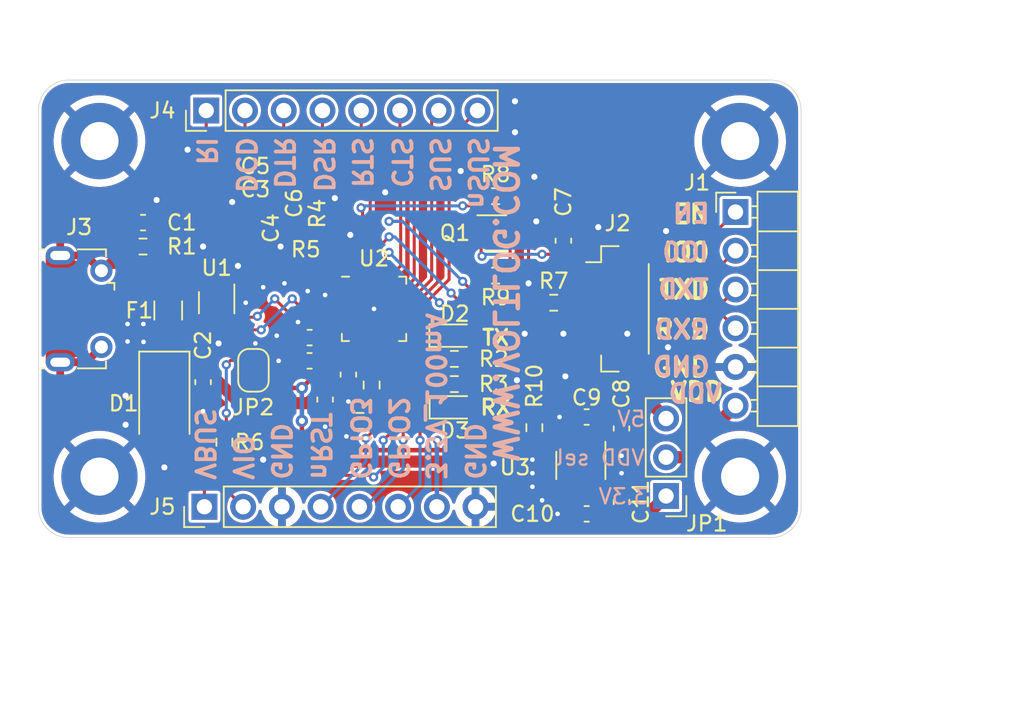
<source format=kicad_pcb>
(kicad_pcb (version 20211014) (generator pcbnew)
  (layers (0 "F.Cu" signal) (31 "B.Cu" signal) (34 "B.Paste" user) (35 "F.Paste" user) (36 "B.SilkS" user "B.Silkscreen") (37 "F.SilkS" user "F.Silkscreen") (38 "B.Mask" user) (39 "F.Mask" user) (44 "Edge.Cuts" user))
  (net 0 "")
  (net 1 "GND")
  (net 2 "/IO0")
  (net 3 "/EN")
  (net 4 "/USB_CONN/USB_SHIELD")
  (net 5 "+5V")
  (net 6 "+3V3")
  (net 7 "/USB_to_serial/GPIO0")
  (net 8 "Net-(D2-Pad2)")
  (net 9 "/USB_to_serial/GPIO1")
  (net 10 "Net-(D3-Pad2)")
  (net 11 "Net-(F1-Pad2)")
  (net 12 "/UART_TX")
  (net 13 "/UART_RX")
  (net 14 "/Vout")
  (net 15 "/USB_CONN/USB_N")
  (net 16 "/USB_CONN/USB_P")
  (net 18 "/USB_to_serial/RI")
  (net 19 "/USB_to_serial/DCD")
  (net 20 "/USB_to_serial/DTR")
  (net 21 "/USB_to_serial/DSR")
  (net 22 "/USB_to_serial/RTS")
  (net 23 "/USB_to_serial/CTS")
  (net 24 "/USB_to_serial/SUSPEND")
  (net 25 "/USB_to_serial/nSUSPEND")
  (net 26 "/USB_to_serial/VBUS")
  (net 27 "/USB_to_serial/VIO")
  (net 28 "/USB_to_serial/nRST")
  (net 29 "/USB_to_serial/GPIO3")
  (net 30 "/USB_to_serial/GPIO2")
  (net 31 "+3.3V_100mA")
  (net 32 "Net-(Q1-Pad5)")
  (net 33 "Net-(Q1-Pad2)")
  (net 38 "Net-(R7-Pad1)")
  (net 39 "Net-(R10-Pad2)")
  (footprint "Fiducial:Fiducial_0.5mm_Mask1mm" (layer "F.Cu") (at 112.3 93.9)
    (fp_text reference "FID1" hide)
    (fp_text value "Fiducial")
  )
  (footprint "Fiducial:Fiducial_0.5mm_Mask1mm" (layer "F.Cu") (at 118.618 77.216)
    (fp_text reference "FID2" hide)
    (fp_text value "Fiducial")
  )
  (footprint "Fiducial:Fiducial_0.5mm_Mask1mm" (layer "F.Cu") (at 152.781 72.771)
    (fp_text reference "FID3" hide)
    (fp_text value "Fiducial")
  )
  (footprint "MountingHole:MountingHole_2.5mm_Pad" (layer "F.Cu") (at 115 75)
    (fp_text reference "H1" hide)
    (fp_text value "GND")
  )
  (footprint "MountingHole:MountingHole_2.5mm_Pad" (layer "F.Cu") (at 115 97)
    (fp_text reference "H2" hide)
    (fp_text value "GND")
  )
  (footprint "MountingHole:MountingHole_2.5mm_Pad" (layer "F.Cu") (at 157 97)
    (fp_text reference "H3" hide)
    (fp_text value "GND")
  )
  (footprint "MountingHole:MountingHole_2.5mm_Pad" (layer "F.Cu") (at 157 75)
    (fp_text reference "H4" hide)
    (fp_text value "GND")
  )
  (footprint "Resistor_SMD:R_0603_1608Metric" (layer "F.Cu") (at 143.51 93.79 -90)
    (fp_text reference "R10")
    (fp_text value "1k")
  )
  (footprint "Capacitor_SMD:C_0603_1608Metric" (layer "F.Cu") (at 128.778 89.408 180)
    (fp_text reference "C3")
    (fp_text value "4.7uF")
  )
  (footprint "Diode_SMD:D_0603_1608Metric_Pad1.05x0.95mm_HandSolder" (layer "F.Cu") (at 138.289 87.757)
    (fp_text reference "D2")
    (fp_text value "LED_TX")
  )
  (footprint "Diode_SMD:D_SMA" (layer "F.Cu") (at 119.253 92.202 -90)
    (fp_text reference "D1")
    (fp_text value "SMAJ5.0CA")
  )
  (footprint "Package_TO_SOT_SMD:SOT-363_SC-70-6" (layer "F.Cu") (at 140.97 81.026)
    (fp_text reference "Q1")
    (fp_text value "MBT3904DW1")
  )
  (footprint "Package_DFN_QFN:QFN-24-1EP_4x4mm_P0.5mm_EP2.6x2.6mm" (layer "F.Cu") (at 133 86)
    (fp_text reference "U2")
    (fp_text value "CP2102N-Axx-xQFN24")
  )
  (footprint "Package_TO_SOT_SMD:SOT-363_SC-70-6" (layer "F.Cu") (at 122.682 85.598 -90)
    (fp_text reference "U1")
    (fp_text value "PUSB2X4Y")
  )
  (footprint "Capacitor_SMD:C_0603_1608Metric" (layer "F.Cu") (at 121.793 90.805 -90)
    (fp_text reference "C2")
    (fp_text value "4.7uF")
  )
  (footprint "myLib:USB_Micro-B_Molex-105017-0001" (layer "F.Cu") (at 113.665 86 -90)
    (fp_text reference "J3")
    (fp_text value "USB_B_Micro")
  )
  (footprint "Jumper:SolderJumper-2_P1.3mm_Bridged_RoundedPad1.0x1.5mm" (layer "F.Cu") (at 125.095 90.028 90)
    (fp_text reference "JP2")
    (fp_text value "Jumper_2_Bridged")
  )
  (footprint "Connector_PinHeader_2.54mm:PinHeader_1x08_P2.54mm_Vertical" (layer "F.Cu") (at 122 73 90)
    (fp_text reference "J4")
    (fp_text value "Conn_01x08_Male")
  )
  (footprint "Resistor_SMD:R_0603_1608Metric" (layer "F.Cu") (at 123.19 94.742 90)
    (fp_text reference "R6")
    (fp_text value "1k")
  )
  (footprint "Capacitor_SMD:C_0603_1608Metric" (layer "F.Cu") (at 145.415 81.534 90)
    (fp_text reference "C7")
    (fp_text value "0.1uF")
  )
  (footprint "Capacitor_SMD:C_0603_1608Metric" (layer "F.Cu") (at 146.939 93.091 180)
    (fp_text reference "C9")
    (fp_text value "0.1uF")
  )
  (footprint "Capacitor_SMD:C_0603_1608Metric" (layer "F.Cu") (at 146.939 99.441 180)
    (fp_text reference "C10")
    (fp_text value "0.1uF")
  )
  (footprint "Fuse:Fuse_1206_3216Metric_Pad1.42x1.75mm_HandSolder" (layer "F.Cu") (at 119.507 86.106 90)
    (fp_text reference "F1")
    (fp_text value "500mA, 1A")
  )
  (footprint "Capacitor_SMD:C_0603_1608Metric" (layer "F.Cu") (at 128.778 87.884 180)
    (fp_text reference "C5")
    (fp_text value "0.1uF")
  )
  (footprint "Connector_PinHeader_2.54mm:PinHeader_1x03_P2.54mm_Vertical" (layer "F.Cu") (at 152.146 98.268 180)
    (fp_text reference "JP1")
    (fp_text value "Jumper_3_Bridged12")
  )
  (footprint "Capacitor_SMD:C_0603_1608Metric" (layer "F.Cu") (at 117.857 80.347)
    (fp_text reference "C1")
    (fp_text value "4.7nF")
  )
  (footprint "Capacitor_SMD:C_0603_1608Metric" (layer "F.Cu") (at 131.318 90.31 -90)
    (fp_text reference "C6")
    (fp_text value "0.1uF")
  )
  (footprint "Resistor_SMD:R_0603_1608Metric" (layer "F.Cu") (at 140.97 78.613)
    (fp_text reference "R8")
    (fp_text value "10k")
  )
  (footprint "Resistor_SMD:R_0603_1608Metric" (layer "F.Cu") (at 138.2655 90.932 180)
    (fp_text reference "R3")
    (fp_text value "1k")
  )
  (footprint "Resistor_SMD:R_0603_1608Metric" (layer "F.Cu") (at 117.856 81.915)
    (fp_text reference "R1")
    (fp_text value "1M")
  )
  (footprint "Connector_PinHeader_2.54mm:PinHeader_1x06_P2.54mm_Horizontal" (layer "F.Cu") (at 156.7 79.65)
    (fp_text reference "J1")
    (fp_text value "Conn_01x06_Male")
  )
  (footprint "Package_TO_SOT_SMD:SOT-23-5_HandSoldering" (layer "F.Cu") (at 146.558 96.266 -90)
    (fp_text reference "U3")
    (fp_text value "BU33SD5WG-TR")
  )
  (footprint "Resistor_SMD:R_0603_1608Metric" (layer "F.Cu") (at 140.97 83.82 180)
    (fp_text reference "R9")
    (fp_text value "10k")
  )
  (footprint "Connector_JST:JST_SH_BM06B-SRSS-TB_1x06-1MP_P1.00mm_Vertical" (layer "F.Cu") (at 149 86 -90)
    (fp_text reference "J2")
    (fp_text value "Conn_01x06_Female")
  )
  (footprint "Resistor_SMD:R_0603_1608Metric" (layer "F.Cu") (at 138.2655 89.281 180)
    (fp_text reference "R2")
    (fp_text value "1k")
  )
  (footprint "Capacitor_SMD:C_0603_1608Metric" (layer "F.Cu") (at 149.225 93.84 -90)
    (fp_text reference "C8")
    (fp_text value "10uF")
  )
  (footprint "Diode_SMD:D_0603_1608Metric_Pad1.05x0.95mm_HandSolder" (layer "F.Cu") (at 138.303 92.456)
    (fp_text reference "D3")
    (fp_text value "LED_RX")
  )
  (footprint "Resistor_SMD:R_0603_1608Metric" (layer "F.Cu") (at 132.08 93.345 180)
    (fp_text reference "R5")
    (fp_text value "47k")
  )
  (footprint "Connector_PinHeader_2.54mm:PinHeader_1x08_P2.54mm_Vertical" (layer "F.Cu") (at 121.88 98.975 90)
    (fp_text reference "J5")
    (fp_text value "Conn_01x08_Male")
  )
  (footprint "Capacitor_SMD:C_0603_1608Metric" (layer "F.Cu") (at 129.794 91.948 -90)
    (fp_text reference "C4")
    (fp_text value "4.7uF")
  )
  (footprint "Resistor_SMD:R_0603_1608Metric" (layer "F.Cu") (at 132.842 90.996 -90)
    (fp_text reference "R4")
    (fp_text value "22k")
  )
  (footprint "Resistor_SMD:R_0603_1608Metric" (layer "F.Cu") (at 144.78 85.598)
    (fp_text reference "R7")
    (fp_text value "220")
  )
  (footprint "Capacitor_SMD:C_0603_1608Metric" (layer "F.Cu") (at 149.225 98.666 90)
    (fp_text reference "C11")
    (fp_text value "10uF")
  )
  (gr_line (start 111 73) (end 111 86) (layer "Edge.Cuts") (width 0.05))
  (gr_arc (start 111 73) (mid 111.585786 71.585786) (end 113 71) (layer "Edge.Cuts") (width 0.05))
  (gr_arc (start 159 71) (mid 160.414214 71.585786) (end 161 73) (layer "Edge.Cuts") (width 0.05))
  (gr_arc (start 161 99) (mid 160.414214 100.414214) (end 159 101) (layer "Edge.Cuts") (width 0.05))
  (gr_line (start 161 99) (end 161 73) (layer "Edge.Cuts") (width 0.05))
  (gr_line (start 113 101) (end 159 101) (layer "Edge.Cuts") (width 0.05))
  (gr_arc (start 113 101) (mid 111.585786 100.414214) (end 111 99) (layer "Edge.Cuts") (width 0.05))
  (gr_line (start 111 86) (end 111 99) (layer "Edge.Cuts") (width 0.05))
  (gr_line (start 159 71) (end 113 71) (layer "Edge.Cuts") (width 0.05))
  (gr_text "VBUS" (at 121.9 94.853143 -90) (layer "B.SilkS") (effects (font (size 1.2 1.2) (thickness 0.25)) (justify mirror)))
  (gr_text "VIO" (at 124.4 95.738857 -90) (layer "B.SilkS") (effects (font (size 1.2 1.2) (thickness 0.25)) (justify mirror)))
  (gr_text "GND" (at 126.9 95.338857 -90) (layer "B.SilkS") (effects (font (size 1.2 1.2) (thickness 0.25)) (justify mirror)))
  (gr_text "nRST" (at 129.5 94.996 -90) (layer "B.SilkS") (effects (font (size 1.2 1.2) (thickness 0.25)) (justify mirror)))
  (gr_text "GPIO3" (at 132.1 94.481714 -90) (layer "B.SilkS") (effects (font (size 1.2 1.2) (thickness 0.25)) (justify mirror)))
  (gr_text "GPIO2" (at 134.6 94.481714 -90) (layer "B.SilkS") (effects (font (size 1.2 1.2) (thickness 0.25)) (justify mirror)))
  (gr_text "3.3V_100mA" (at 137.033 91.738857 -90) (layer "B.SilkS") (effects (font (size 1.2 1.2) (thickness 0.25)) (justify mirror)))
  (gr_text "GND" (at 139.6 95.338857 -90) (layer "B.SilkS") (effects (font (size 1.2 1.2) (thickness 0.25)) (justify mirror)))
  (gr_text "RI" (at 122 75.657143 -90) (layer "B.SilkS") (effects (font (size 1.2 1.2) (thickness 0.25)) (justify mirror)))
  (gr_text "DCD" (at 124.6 76.571429 -90) (layer "B.SilkS") (effects (font (size 1.2 1.2) (thickness 0.25)) (justify mirror)))
  (gr_text "DTR" (at 127.1 76.428572 -90) (layer "B.SilkS") (effects (font (size 1.2 1.2) (thickness 0.25)) (justify mirror)))
  (gr_text "DSR" (at 129.7 76.542857 -90) (layer "B.SilkS") (effects (font (size 1.2 1.2) (thickness 0.25)) (justify mirror)))
  (gr_text "RTS" (at 132.2 76.4 -90) (layer "B.SilkS") (effects (font (size 1.2 1.2) (thickness 0.25)) (justify mirror)))
  (gr_text "CTS" (at 134.8 76.4 -90) (layer "B.SilkS") (effects (font (size 1.2 1.2) (thickness 0.25)) (justify mirror)))
  (gr_text "SUS" (at 137.3 76.542857 -90) (layer "B.SilkS") (effects (font (size 1.2 1.2) (thickness 0.25)) (justify mirror)))
  (gr_text "nSUS" (at 139.8 77.085714 -90) (layer "B.SilkS") (effects (font (size 1.2 1.2) (thickness 0.25)) (justify mirror)))
  (gr_text "5V" (at 149.86 93.218) (layer "B.SilkS") (effects (font (size 1 1)) (justify mirror)))
  (gr_text "RXD" (at 153.162 87.376) (layer "B.SilkS") (effects (font (size 1.2 1.2) (thickness 0.25)) (justify mirror)))
  (gr_text "IO0" (at 153.416 82.296) (layer "B.SilkS") (effects (font (size 1.2 1.2) (thickness 0.25)) (justify mirror)))
  (gr_text "EN" (at 153.797 79.756) (layer "B.SilkS") (effects (font (size 1.2 1.2) (thickness 0.25)) (justify mirror)))
  (gr_text "VDD sel" (at 147.828 95.758) (layer "B.SilkS") (effects (font (size 1 1)) (justify mirror)))
  (gr_text "3.3V" (at 149.352 98.298) (layer "B.SilkS") (effects (font (size 1 1)) (justify mirror)))
  (gr_text "GND" (at 153.162 89.789) (layer "B.SilkS") (effects (font (size 1.2 1.2) (thickness 0.25)) (justify mirror)))
  (gr_text "TXD" (at 153.289 84.709) (layer "B.SilkS") (effects (font (size 1.2 1.2) (thickness 0.25)) (justify mirror)))
  (gr_text "WWW.VOLTLOG.COM" (at 141.605 85.598 270) (layer "B.SilkS") (effects (font (size 1.5 1.5) (thickness 0.3)) (justify mirror)))
  (gr_text "VDD" (at 154.051 91.567) (layer "B.SilkS") (effects (font (size 1.2 1.2) (thickness 0.25)) (justify mirror)))
  (gr_text "RXD" (at 153.197 87.35) (layer "F.SilkS") (effects (font (size 1.2 1.2) (thickness 0.25))))
  (gr_text "GND" (at 153.139857 89.85) (layer "F.SilkS") (effects (font (size 1.2 1.2) (thickness 0.25))))
  (gr_text "VDD" (at 154.178 91.44) (layer "F.SilkS") (effects (font (size 1.2 1.2) (thickness 0.25))))
  (gr_text "RX" (at 140.97 92.456) (layer "F.SilkS") (effects (font (size 1 1) (thickness 0.2))))
  (gr_text "IO0" (at 153.482714 82.3) (layer "F.SilkS") (effects (font (size 1.2 1.2) (thickness 0.25))))
  (gr_text "EN" (at 153.797 79.8) (layer "F.SilkS") (effects (font (size 1.2 1.2) (thickness 0.25))))
  (gr_text "TX" (at 140.97 87.884) (layer "F.SilkS") (effects (font (size 1 1) (thickness 0.2))))
  (gr_text "TXD" (at 153.339857 84.75) (layer "F.SilkS") (effects (font (size 1.2 1.2) (thickness 0.25))))
  (segment (start 128.003 87.884) (end 128.003 86.881) (width 0.3) (layer "F.Cu") (net 1))
  (segment (start 131.0625 85.25) (end 130.0205 85.25) (width 0.3) (layer "F.Cu") (net 1))
  (segment (start 115.1275 87.3) (end 116.027 87.3) (width 0.25) (layer "F.Cu") (net 1))
  (segment (start 116.027 87.3) (end 116.027 87.325) (width 0.25) (layer "F.Cu") (net 1))
  (segment (start 149.225 94.615) (end 149.225 95.631) (width 0.3) (layer "F.Cu") (net 1))
  (segment (start 131.318 91.085) (end 131.318 92.075) (width 0.3) (layer "F.Cu") (net 1))
  (segment (start 129.794 92.723) (end 129.794 93.726) (width 0.3) (layer "F.Cu") (net 1))
  (segment (start 116.027 87.3) (end 116.535 87.3) (width 0.25) (layer "F.Cu") (net 1))
  (segment (start 128.003 89.408) (end 126.746 89.408) (width 0.3) (layer "F.Cu") (net 1))
  (segment (start 131.255 94.297) (end 131.255 93.345) (width 0.2) (layer "F.Cu") (net 1))
  (segment (start 149.225 97.891) (end 149.225 96.774) (width 0.3) (layer "F.Cu") (net 1))
  (segment (start 116.84 88.138) (end 117.85809 88.138) (width 0.25) (layer "F.Cu") (net 1))
  (segment (start 146.164 99.441) (end 145.034 99.441) (width 0.3) (layer "F.Cu") (net 1))
  (segment (start 117.85809 88.138) (end 117.886707 88.166617) (width 0.25) (layer "F.Cu") (net 1))
  (segment (start 131.191 94.361) (end 131.255 94.297) (width 0.2) (layer "F.Cu") (net 1))
  (segment (start 128.003 86.881) (end 128.016 86.868) (width 0.3) (layer "F.Cu") (net 1))
  (segment (start 116.027 87.325) (end 116.84 88.138) (width 0.25) (layer "F.Cu") (net 1))
  (segment (start 116.535 87.3) (end 116.84 86.995) (width 0.25) (layer "F.Cu") (net 1))
  (segment (start 130.0205 85.25) (end 129.921 85.1505) (width 0.3) (layer "F.Cu") (net 1))
  (segment (start 146.164 93.091) (end 145.161 93.091) (width 0.3) (layer "F.Cu") (net 1))
  (segment (start 116.84 86.995) (end 117.8785 86.995) (width 0.25) (layer "F.Cu") (net 1))
  (via (at 133 86) (size 0.6) (drill 0.3) (layers "F.Cu" "B.Cu") (net 1))
  (via (at 149.225 95.631) (size 0.6) (drill 0.3) (layers "F.Cu" "B.Cu") (net 1))
  (via (at 133.731 78.359) (size 0.8) (drill 0.4) (layers "F.Cu" "B.Cu") (net 1))
  (via (at 128.651 84.836) (size 0.6) (drill 0.3) (layers "F.Cu" "B.Cu") (net 1))
  (via (at 142.24 74.422) (size 0.8) (drill 0.4) (layers "F.Cu" "B.Cu") (net 1))
  (via (at 116.713 91.694) (size 0.8) (drill 0.4) (layers "F.Cu" "B.Cu") (net 1))
  (via (at 138.684 76.962) (size 0.8) (drill 0.4) (layers "F.Cu" "B.Cu") (net 1))
  (via (at 126.619 87.757) (size 0.6) (drill 0.3) (layers "F.Cu" "B.Cu") (net 1))
  (via (at 129.794 85.09) (size 0.6) (drill 0.3) (layers "F.Cu" "B.Cu") (net 1))
  (via (at 149.225 96.774) (size 0.6) (drill 0.3) (layers "F.Cu" "B.Cu") (net 1))
  (via (at 125.73 95.885) (size 0.8) (drill 0.4) (layers "F.Cu" "B.Cu") (net 1))
  (via (at 140.843 96.139) (size 0.8) (drill 0.4) (layers "F.Cu" "B.Cu") (net 1))
  (via (at 120.777 75.565) (size 0.8) (drill 0.4) (layers "F.Cu" "B.Cu") (net 1))
  (via (at 143.129 84.328) (size 0.8) (drill 0.4) (layers "F.Cu" "B.Cu") (net 1))
  (via (at 128.016 86.868) (size 0.6) (drill 0.3) (layers "F.Cu" "B.Cu") (net 1))
  (via (at 126.746 89.408) (size 0.6) (drill 0.3) (layers "F.Cu" "B.Cu") (net 1))
  (via (at 116.84 86.995) (size 0.6) (drill 0.3) (layers "F.Cu" "B.Cu") (net 1))
  (via (at 142.24 72.39) (size 0.8) (drill 0.4) (layers "F.Cu" "B.Cu") (net 1))
  (via (at 145.542 90.424) (size 0.8) (drill 0.4) (layers "F.Cu" "B.Cu") (net 1))
  (via (at 149.606 87.63) (size 0.8) (drill 0.4) (layers "F.Cu" "B.Cu") (net 1))
  (via (at 143.51 77.343) (size 0.8) (drill 0.4) (layers "F.Cu" "B.Cu") (net 1))
  (via (at 145.034 99.441) (size 0.6) (drill 0.3) (layers "F.Cu" "B.Cu") (net 1))
  (via (at 117.886707 88.166617) (size 0.6) (drill 0.3) (layers "F.Cu" "B.Cu") (net 1))
  (via (at 129.794 93.726) (size 0.6) (drill 0.3) (layers "F.Cu" "B.Cu") (net 1))
  (via (at 143.383 95.885) (size 0.6) (drill 0.3) (layers "F.Cu" "B.Cu") (net 1))
  (via (at 131.318 92.075) (size 0.6) (drill 0.3) (layers "F.Cu" "B.Cu") (net 1))
  (via (at 125.222 88.265) (size 0.6) (drill 0.3) (layers "F.Cu" "B.Cu") (net 1))
  (via (at 143.383 96.774) (size 0.6) (drill 0.3) (layers "F.Cu" "B.Cu") (net 1))
  (via (at 152.146 80.899) (size 0.8) (drill 0.4) (layers "F.Cu" "B.Cu") (net 1))
  (via (at 117.8785 86.995) (size 0.6) (drill 0.3) (layers "F.Cu" "B.Cu") (net 1))
  (via (at 116.84 88.138) (size 0.6) (drill 0.3) (layers "F.Cu" "B.Cu") (net 1))
  (via (at 145.415 87.63) (size 0.8) (drill 0.4) (layers "F.Cu" "B.Cu") (net 1))
  (via (at 143.383 97.663) (size 0.6) (drill 0.3) (layers "F.Cu" "B.Cu") (net 1))
  (via (at 142.367 90.678) (size 0.8) (drill 0.4) (layers "F.Cu" "B.Cu") (net 1))
  (via (at 123.698 78.994) (size 0.8) (drill 0.4) (layers "F.Cu" "B.Cu") (net 1))
  (via (at 131.191 94.361) (size 0.6) (drill 0.3) (layers "F.Cu" "B.Cu") (net 1))
  (via (at 125.73 84.582) (size 0.6) (drill 0.3) (layers "F.Cu" "B.Cu") (net 1))
  (via (at 121.793 92.71) (size 0.6) (drill 0.3) (layers "F.Cu" "B.Cu") (net 1))
  (via (at 121.793 81.915) (size 0.8) (drill 0.4) (layers "F.Cu" "B.Cu") (net 1))
  (via (at 124.079 83.185) (size 0.8) (drill 0.4) (layers "F.Cu" "B.Cu") (net 1))
  (via (at 122.809 88.265) (size 0.8) (drill 0.4) (layers "F.Cu" "B.Cu") (net 1))
  (via (at 119.253 96.393) (size 0.8) (drill 0.4) (layers "F.Cu" "B.Cu") (net 1))
  (via (at 143.637 80.264) (size 0.8) (drill 0.4) (layers "F.Cu" "B.Cu") (net 1))
  (via (at 131.445 81.153) (size 0.8) (drill 0.4) (layers "F.Cu" "B.Cu") (net 1))
  (via (at 144.018 98.552) (size 0.6) (drill 0.3) (layers "F.Cu" "B.Cu") (net 1))
  (via (at 152.273 88.519) (size 0.8) (drill 0.4) (layers "F.Cu" "B.Cu") (net 1))
  (via (at 116.713 93.599) (size 0.8) (drill 0.4) (layers "F.Cu" "B.Cu") (net 1))
  (via (at 118.745 78.867) (size 0.8) (drill 0.4) (layers "F.Cu" "B.Cu") (net 1))
  (via (at 127.127 84.328) (size 0.6) (drill 0.3) (layers "F.Cu" "B.Cu") (net 1))
  (via (at 124.587 85.598) (size 0.6) (drill 0.3) (layers "F.Cu" "B.Cu") (net 1))
  (via (at 126.873 81.915) (size 0.8) (drill 0.4) (layers "F.Cu" "B.Cu") (net 1))
  (via (at 130.429 78.74) (size 0.8) (drill 0.4) (layers "F.Cu" "B.Cu") (net 1))
  (via (at 145.161 93.091) (size 0.6) (drill 0.3) (layers "F.Cu" "B.Cu") (net 1))
  (via (at 147.701 80.645) (size 0.8) (drill 0.4) (layers "F.Cu" "B.Cu") (net 1))
  (via (at 142.875 87.63) (size 0.8) (drill 0.4) (layers "F.Cu" "B.Cu") (net 1))
  (segment (start 143.129 83.185) (end 144.444 84.5) (width 0.2) (layer "F.Cu") (net 2))
  (segment (start 147.675 84.5) (end 154.39 84.5) (width 0.2) (layer "F.Cu") (net 2))
  (segment (start 142.445 80.376) (end 143.129 81.06) (width 0.2) (layer "F.Cu") (net 2))
  (segment (start 144.444 84.5) (end 147.675 84.5) (width 0.2) (layer "F.Cu") (net 2))
  (segment (start 141.92 80.376) (end 142.445 80.376) (width 0.2) (layer "F.Cu") (net 2))
  (segment (start 154.39 84.5) (end 156.7 82.19) (width 0.2) (layer "F.Cu") (net 2))
  (segment (start 143.129 81.06) (end 143.129 83.185) (width 0.2) (layer "F.Cu") (net 2))
  (segment (start 152.85 83.5) (end 156.7 79.65) (width 0.2) (layer "F.Cu") (net 3))
  (segment (start 147.675 83.5) (end 152.85 83.5) (width 0.2) (layer "F.Cu") (net 3))
  (segment (start 146.484 82.309) (end 147.675 83.5) (width 0.2) (layer "F.Cu") (net 3))
  (segment (start 145.415 82.309) (end 146.484 82.309) (width 0.2) (layer "F.Cu") (net 3))
  (segment (start 140.081 82.55) (end 140.02 82.489) (width 0.2) (layer "F.Cu") (net 3))
  (segment (start 140.02 82.489) (end 140.02 81.676) (width 0.2) (layer "F.Cu") (net 3))
  (segment (start 145.301 82.423) (end 145.415 82.309) (width 0.2) (layer "F.Cu") (net 3))
  (segment (start 144.018 82.423) (end 145.301 82.423) (width 0.2) (layer "F.Cu") (net 3))
  (via (at 144.018 82.423) (size 0.6) (drill 0.3) (layers "F.Cu" "B.Cu") (net 3))
  (via (at 140.081 82.55) (size 0.6) (drill 0.3) (layers "F.Cu" "B.Cu") (net 3))
  (segment (start 140.081 82.55) (end 140.208 82.423) (width 0.2) (layer "B.Cu") (net 3))
  (segment (start 140.208 82.423) (end 144.018 82.423) (width 0.2) (layer "B.Cu") (net 3))
  (segment (start 117.082 80.347) (end 117.082 81.864) (width 0.5) (layer "F.Cu") (net 4))
  (segment (start 122.682 83.923) (end 122.682 84.648) (width 0.4) (layer "F.Cu") (net 4))
  (segment (start 115.1275 83.5) (end 115.4425 83.185) (width 0.4) (layer "F.Cu") (net 4))
  (segment (start 117.082 81.864) (end 117.031 81.915) (width 0.5) (layer "F.Cu") (net 4))
  (segment (start 115.4425 83.185) (end 116.967 83.185) (width 0.4) (layer "F.Cu") (net 4))
  (segment (start 121.944 83.185) (end 122.682 83.923) (width 0.4) (layer "F.Cu") (net 4))
  (segment (start 116.967 83.185) (end 121.944 83.185) (width 0.4) (layer "F.Cu") (net 4))
  (segment (start 149.225 92.43) (end 151.388 92.43) (width 0.8) (layer "F.Cu") (net 5))
  (segment (start 122.034 90.03) (end 124.189511 92.185511) (width 0.8) (layer "F.Cu") (net 5))
  (segment (start 124.189511 92.185511) (end 128.684012 92.185511) (width 0.8) (layer "F.Cu") (net 5))
  (segment (start 119.253 90.202) (end 121.621 90.202) (width 0.8) (layer "F.Cu") (net 5))
  (segment (start 129.696523 91.173) (end 129.794 91.173) (width 0.8) (layer "F.Cu") (net 5))
  (segment (start 119.507 87.5935) (end 119.507 89.948) (width 0.8) (layer "F.Cu") (net 5))
  (segment (start 138.811 96.012) (end 142.80652 92.01648) (width 0.8) (layer "F.Cu") (net 5))
  (segment (start 129.794 90.934978) (end 131.193978 89.535) (width 0.8) (layer "F.Cu") (net 5))
  (segment (start 142.80652 92.01648) (end 143.45148 92.01648) (width 0.8) (layer "F.Cu") (net 5))
  (segment (start 147.714 94.71) (end 147.508 94.916) (width 0.8) (layer "F.Cu") (net 5))
  (segment (start 147.74 93.065) (end 147.714 93.091) (width 0.8) (layer "F.Cu") (net 5))
  (segment (start 148.17648 92.01648) (end 149.225 93.065) (width 0.8) (layer "F.Cu") (net 5))
  (segment (start 121.621 90.202) (end 121.793 90.03) (width 0.8) (layer "F.Cu") (net 5))
  (segment (start 124.189511 92.185511) (end 128.016 96.012) (width 0.8) (layer "F.Cu") (net 5))
  (segment (start 128.684012 92.185511) (end 129.696523 91.173) (width 0.8) (layer "F.Cu") (net 5))
  (segment (start 132.842 90.171) (end 131.954 90.171) (width 0.2) (layer "F.Cu") (net 5))
  (segment (start 147.714 93.091) (end 147.714 94.71) (width 0.8) (layer "F.Cu") (net 5))
  (segment (start 143.45148 92.01648) (end 144.07652 92.01648) (width 0.8) (layer "F.Cu") (net 5))
  (segment (start 131.193978 89.535) (end 131.318 89.535) (width 0.8) (layer "F.Cu") (net 5))
  (segment (start 129.794 91.173) (end 129.794 90.934978) (width 0.8) (layer "F.Cu") (net 5))
  (segment (start 131.75 89.103) (end 131.318 89.535) (width 0.3) (layer "F.Cu") (net 5))
  (segment (start 131.75 87.9375) (end 131.75 89.103) (width 0.3) (layer "F.Cu") (net 5))
  (segment (start 119.507 89.948) (end 119.253 90.202) (width 0.8) (layer "F.Cu") (net 5))
  (segment (start 144.07652 92.01648) (end 148.17648 92.01648) (width 0.8) (layer "F.Cu") (net 5))
  (segment (start 149.225 93.065) (end 147.74 93.065) (width 0.8) (layer "F.Cu") (net 5))
  (segment (start 143.51 92.075) (end 143.45148 92.01648) (width 0.3) (layer "F.Cu") (net 5))
  (segment (start 128.016 96.012) (end 138.811 96.012) (width 0.8) (layer "F.Cu") (net 5))
  (segment (start 121.793 90.03) (end 122.034 90.03) (width 0.8) (layer "F.Cu") (net 5))
  (segment (start 151.388 92.43) (end 152.146 93.188) (width 0.8) (layer "F.Cu") (net 5))
  (segment (start 143.51 92.965) (end 143.51 92.075) (width 0.3) (layer "F.Cu") (net 5))
  (segment (start 131.954 90.171) (end 131.318 89.535) (width 0.2) (layer "F.Cu") (net 5))
  (segment (start 147.508 99.235) (end 147.714 99.441) (width 0.8) (layer "F.Cu") (net 6))
  (segment (start 147.508 97.616) (end 147.508 99.235) (width 0.8) (layer "F.Cu") (net 6))
  (segment (start 147.714 99.441) (end 149.225 99.441) (width 0.8) (layer "F.Cu") (net 6))
  (segment (start 149.225 99.441) (end 150.973 99.441) (width 0.8) (layer "F.Cu") (net 6))
  (segment (start 150.973 99.441) (end 152.146 98.268) (width 0.8) (layer "F.Cu") (net 6))
  (segment (start 136.407 86.75) (end 137.414 87.757) (width 0.2) (layer "F.Cu") (net 7))
  (segment (start 134.9375 86.75) (end 136.407 86.75) (width 0.2) (layer "F.Cu") (net 7))
  (segment (start 138.9645 87.757) (end 137.4405 89.281) (width 0.2) (layer "F.Cu") (net 8))
  (segment (start 136.74098 89.05348) (end 134.9375 87.25) (width 0.2) (layer "F.Cu") (net 9))
  (segment (start 136.74098 91.76898) (end 136.74098 89.05348) (width 0.2) (layer "F.Cu") (net 9))
  (segment (start 137.428 92.456) (end 136.74098 91.76898) (width 0.2) (layer "F.Cu") (net 9))
  (segment (start 137.654 90.932) (end 139.178 92.456) (width 0.2) (layer "F.Cu") (net 10))
  (segment (start 137.4405 90.932) (end 137.654 90.932) (width 0.2) (layer "F.Cu") (net 10))
  (segment (start 115.1275 84.7) (end 119.4255 84.7) (width 0.5) (layer "F.Cu") (net 11))
  (segment (start 119.4255 84.7) (end 119.507 84.6185) (width 0.5) (layer "F.Cu") (net 11))
  (segment (start 147.675 85.5) (end 155.93 85.5) (width 0.2) (layer "F.Cu") (net 12))
  (segment (start 147.577 85.598) (end 147.675 85.5) (width 0.2) (layer "F.Cu") (net 12))
  (segment (start 145.605 85.598) (end 147.577 85.598) (width 0.2) (layer "F.Cu") (net 12))
  (segment (start 155.93 85.5) (end 156.7 84.73) (width 0.2) (layer "F.Cu") (net 12))
  (segment (start 133.75 82.531) (end 133.75 84.0625) (width 0.2) (layer "F.Cu") (net 13))
  (segment (start 155.93 86.5) (end 156.7 87.27) (width 0.2) (layer "F.Cu") (net 13))
  (segment (start 133.985 82.296) (end 133.75 82.531) (width 0.2) (layer "F.Cu") (net 13))
  (segment (start 138.189 86.5) (end 147.675 86.5) (width 0.2) (layer "F.Cu") (net 13))
  (segment (start 137.287 85.598) (end 138.189 86.5) (width 0.2) (layer "F.Cu") (net 13))
  (segment (start 147.675 86.5) (end 155.93 86.5) (width 0.2) (layer "F.Cu") (net 13))
  (via (at 133.985 82.296) (size 0.6) (drill 0.3) (layers "F.Cu" "B.Cu") (net 13))
  (via (at 137.287 85.598) (size 0.6) (drill 0.3) (layers "F.Cu" "B.Cu") (net 13))
  (segment (start 137.287 85.598) (end 133.985 82.296) (width 0.2) (layer "B.Cu") (net 13))
  (segment (start 153.322 95.728) (end 155.259 93.791) (width 0.8) (layer "F.Cu") (net 14))
  (segment (start 147.675 89.636) (end 149.352 91.313) (width 0.5) (layer "F.Cu") (net 14))
  (segment (start 152.146 95.728) (end 153.322 95.728) (width 0.8) (layer "F.Cu") (net 14))
  (segment (start 147.675 88.5) (end 147.675 89.636) (width 0.5) (layer "F.Cu") (net 14))
  (segment (start 149.352 91.313) (end 152.781 91.313) (width 0.5) (layer "F.Cu") (net 14))
  (segment (start 152.781 91.313) (end 155.259 93.791) (width 0.5) (layer "F.Cu") (net 14))
  (segment (start 155.259 93.791) (end 156.7 92.35) (width 0.8) (layer "F.Cu") (net 14))
  (segment (start 123.332 86.073978) (end 123.332 86.548) (width 0.2) (layer "F.Cu") (net 15))
  (segment (start 118.548006 85.852) (end 123.110022 85.852) (width 0.2) (layer "F.Cu") (net 15))
  (segment (start 123.891 86.548) (end 125.288 86.548) (width 0.2) (layer "F.Cu") (net 15))
  (segment (start 125.288 86.548) (end 125.349 86.487) (width 0.2) (layer "F.Cu") (net 15))
  (segment (start 126.492 85.344) (end 127.381 86.233) (width 0.2) (layer "F.Cu") (net 15))
  (segment (start 123.891 86.548) (end 123.332 86.548) (width 0.2) (layer "F.Cu") (net 15))
  (segment (start 131.0455 86.233) (end 131.0625 86.25) (width 0.2) (layer "F.Cu") (net 15))
  (segment (start 123.110022 85.852) (end 123.332 86.073978) (width 0.2) (layer "F.Cu") (net 15))
  (segment (start 118.046006 85.35) (end 118.548006 85.852) (width 0.2) (layer "F.Cu") (net 15))
  (segment (start 115.1275 85.35) (end 118.046006 85.35) (width 0.2) (layer "F.Cu") (net 15))
  (segment (start 127.381 86.233) (end 131.0455 86.233) (width 0.2) (layer "F.Cu") (net 15))
  (via (at 125.349 86.487) (size 0.6) (drill 0.3) (layers "F.Cu" "B.Cu") (net 15))
  (via (at 126.492 85.344) (size 0.6) (drill 0.3) (layers "F.Cu" "B.Cu") (net 15))
  (segment (start 126.492 85.344) (end 125.349 86.487) (width 0.2) (layer "B.Cu") (net 15))
  (segment (start 117.877 86) (end 118.237 86.36) (width 0.2) (layer "F.Cu") (net 16))
  (segment (start 127.635 85.344) (end 128.041 85.75) (width 0.2) (layer "F.Cu") (net 16))
  (segment (start 121.844 86.36) (end 122.032 86.548) (width 0.2) (layer "F.Cu") (net 16))
  (segment (start 125.603 87.376) (end 122.335 87.376) (width 0.2) (layer "F.Cu") (net 16))
  (segment (start 115.1275 86) (end 117.877 86) (width 0.2) (layer "F.Cu") (net 16))
  (segment (start 128.041 85.75) (end 131.0625 85.75) (width 0.2) (layer "F.Cu") (net 16))
  (segment (start 118.237 86.36) (end 121.844 86.36) (width 0.2) (layer "F.Cu") (net 16))
  (segment (start 122.032 87.073) (end 122.032 86.548) (width 0.2) (layer "F.Cu") (net 16))
  (segment (start 122.335 87.376) (end 122.032 87.073) (width 0.2) (layer "F.Cu") (net 16))
  (via (at 127.635 85.344) (size 0.6) (drill 0.3) (layers "F.Cu" "B.Cu") (net 16))
  (via (at 125.603 87.376) (size 0.6) (drill 0.3) (layers "F.Cu" "B.Cu") (net 16))
  (segment (start 125.603 87.376) (end 127.635 85.344) (width 0.2) (layer "B.Cu") (net 16))
  (segment (start 122 75.6875) (end 131.0625 84.75) (width 0.2) (layer "F.Cu") (net 18))
  (segment (start 122 73) (end 122 75.6875) (width 0.2) (layer "F.Cu") (net 18))
  (segment (start 124.54 76.8525) (end 131.75 84.0625) (width 0.2) (layer "F.Cu") (net 19))
  (segment (start 124.54 73) (end 124.54 76.8525) (width 0.2) (layer "F.Cu") (net 19))
  (segment (start 132.25 79.4745) (end 132.1505 79.375) (width 0.2) (layer "F.Cu") (net 20))
  (segment (start 127.08 73) (end 127.08 78.185) (width 0.2) (layer "F.Cu") (net 20))
  (segment (start 140.145 80.251) (end 140.02 80.376) (width 0.2) (layer "F.Cu") (net 20))
  (segment (start 139.51 79.248) (end 140.145 78.613) (width 0.2) (layer "F.Cu") (net 20))
  (segment (start 132.25 83.355) (end 132.25 84.0625) (width 0.2) (layer "F.Cu") (net 20))
  (segment (start 127.08 78.185) (end 132.25 83.355) (width 0.2) (layer "F.Cu") (net 20))
  (segment (start 140.145 78.613) (end 140.145 80.251) (width 0.2) (layer "F.Cu") (net 20))
  (segment (start 132.25 82.2685) (end 132.25 79.4745) (width 0.2) (layer "F.Cu") (net 20))
  (segment (start 132.25 83.355) (end 132.25 82.2685) (width 0.2) (layer "F.Cu") (net 20))
  (segment (start 138.811 79.248) (end 139.51 79.248) (width 0.2) (layer "F.Cu") (net 20))
  (via (at 138.811 79.248) (size 0.6) (drill 0.3) (layers "F.Cu" "B.Cu") (net 20))
  (via (at 132.1505 79.375) (size 0.6) (drill 0.3) (layers "F.Cu" "B.Cu") (net 20))
  (segment (start 132.2775 79.248) (end 138.811 79.248) (width 0.2) (layer "B.Cu") (net 20))
  (segment (start 132.1505 79.375) (end 132.2775 79.248) (width 0.2) (layer "B.Cu") (net 20))
  (segment (start 132.75 78.394) (end 129.62 75.264) (width 0.2) (layer "F.Cu") (net 21))
  (segment (start 129.62 75.264) (end 129.62 73) (width 0.2) (layer "F.Cu") (net 21))
  (segment (start 132.75 84.0625) (end 132.75 78.394) (width 0.2) (layer "F.Cu") (net 21))
  (segment (start 139.573 84.963) (end 141.478 84.963) (width 0.2) (layer "F.Cu") (net 22))
  (segment (start 138.811 84.201) (end 139.573 84.963) (width 0.2) (layer "F.Cu") (net 22))
  (segment (start 141.92 83.695) (end 141.92 81.676) (width 0.2) (layer "F.Cu") (net 22))
  (segment (start 132.16 75.391) (end 134.747 77.978) (width 0.2) (layer "F.Cu") (net 22))
  (segment (start 134.747 83.185) (end 134.25 83.682) (width 0.2) (layer "F.Cu") (net 22))
  (segment (start 134.747 77.978) (end 134.747 80.264) (width 0.2) (layer "F.Cu") (net 22))
  (segment (start 132.16 73) (end 132.16 75.391) (width 0.2) (layer "F.Cu") (net 22))
  (segment (start 134.747 80.264) (end 133.985 80.264) (width 0.2) (layer "F.Cu") (net 22))
  (segment (start 134.747 80.264) (end 134.747 83.185) (width 0.2) (layer "F.Cu") (net 22))
  (segment (start 141.478 84.963) (end 141.795 84.646) (width 0.2) (layer "F.Cu") (net 22))
  (segment (start 141.795 84.646) (end 141.795 83.82) (width 0.2) (layer "F.Cu") (net 22))
  (segment (start 141.795 83.82) (end 141.92 83.695) (width 0.2) (layer "F.Cu") (net 22))
  (segment (start 134.25 83.682) (end 134.25 84.0625) (width 0.2) (layer "F.Cu") (net 22))
  (via (at 133.985 80.264) (size 0.6) (drill 0.3) (layers "F.Cu" "B.Cu") (net 22))
  (via (at 138.811 84.201) (size 0.6) (drill 0.3) (layers "F.Cu" "B.Cu") (net 22))
  (segment (start 134.874 80.264) (end 138.811 84.201) (width 0.2) (layer "B.Cu") (net 22))
  (segment (start 133.985 80.264) (end 134.874 80.264) (width 0.2) (layer "B.Cu") (net 22))
  (segment (start 135.636 84.0515) (end 134.9375 84.75) (width 0.2) (layer "F.Cu") (net 23))
  (segment (start 135.636 76.327) (end 135.636 84.0515) (width 0.2) (layer "F.Cu") (net 23))
  (segment (start 134.7 75.391) (end 135.636 76.327) (width 0.2) (layer "F.Cu") (net 23))
  (segment (start 134.7 73) (end 134.7 75.391) (width 0.2) (layer "F.Cu") (net 23))
  (segment (start 136.779 73.461) (end 136.779 84.074) (width 0.2) (layer "F.Cu") (net 24))
  (segment (start 135.603 85.25) (end 134.9375 85.25) (width 0.2) (layer "F.Cu") (net 24))
  (segment (start 137.24 73) (end 136.779 73.461) (width 0.2) (layer "F.Cu") (net 24))
  (segment (start 136.779 84.074) (end 135.603 85.25) (width 0.2) (layer "F.Cu") (net 24))
  (segment (start 135.746 86.25) (end 137.922 84.074) (width 0.2) (layer "F.Cu") (net 25))
  (segment (start 137.922 84.074) (end 137.922 74.858) (width 0.2) (layer "F.Cu") (net 25))
  (segment (start 134.9375 86.25) (end 135.746 86.25) (width 0.2) (layer "F.Cu") (net 25))
  (segment (start 137.922 74.858) (end 139.78 73) (width 0.2) (layer "F.Cu") (net 25))
  (segment (start 132.842 91.821) (end 133.61652 91.04648) (width 0.2) (layer "F.Cu") (net 26))
  (segment (start 133.61652 89.764093) (end 133.260427 89.408) (width 0.2) (layer "F.Cu") (net 26))
  (segment (start 133.260427 89.408) (end 132.715 89.408) (width 0.2) (layer "F.Cu") (net 26))
  (segment (start 132.905 93.345) (end 132.905 91.884) (width 0.2) (layer "F.Cu") (net 26))
  (segment (start 132.905 91.884) (end 132.842 91.821) (width 0.2) (layer "F.Cu") (net 26))
  (segment (start 133.61652 91.04648) (end 133.61652 89.764093) (width 0.2) (layer "F.Cu") (net 26))
  (segment (start 132.905 93.345) (end 132.905 94.044) (width 0.2) (layer "F.Cu") (net 26))
  (segment (start 132.905 94.044) (end 132.461 94.488) (width 0.2) (layer "F.Cu") (net 26))
  (segment (start 132.715 89.408) (end 132.25 88.943) (width 0.2) (layer "F.Cu") (net 26))
  (segment (start 132.25 88.943) (end 132.25 87.9375) (width 0.2) (layer "F.Cu") (net 26))
  (via (at 132.461 94.488) (size 0.6) (drill 0.3) (layers "F.Cu" "B.Cu") (net 26))
  (segment (start 132.461 94.488) (end 132.461 96.014) (width 0.2) (layer "B.Cu") (net 26))
  (segment (start 132.461 96.014) (end 129.5 98.975) (width 0.2) (layer "B.Cu") (net 26))
  (segment (start 125.095 89.378) (end 123.601 89.378) (width 0.2) (layer "F.Cu") (net 27))
  (segment (start 129.7495 86.75) (end 129.667 86.8325) (width 0.2) (layer "F.Cu") (net 27))
  (segment (start 128.778 89.849783) (end 128.203783 90.424) (width 0.2) (layer "F.Cu") (net 27))
  (segment (start 123.317 93.79) (end 123.19 93.917) (width 0.2) (layer "F.Cu") (net 27))
  (segment (start 123.317 92.837) (end 123.317 93.79) (width 0.2) (layer "F.Cu") (net 27))
  (segment (start 128.203783 90.424) (end 126.873 90.424) (width 0.2) (layer "F.Cu") (net 27))
  (segment (start 126.514586 90.424) (end 125.468586 89.378) (width 0.2) (layer "F.Cu") (net 27))
  (segment (start 123.19 93.917) (end 121.88 95.227) (width 0.2) (layer "F.Cu") (net 27))
  (segment (start 129.387717 86.8325) (end 128.778 87.442217) (width 0.2) (layer "F.Cu") (net 27))
  (segment (start 125.468586 89.378) (end 125.095 89.378) (width 0.2) (layer "F.Cu") (net 27))
  (segment (start 131.0625 86.75) (end 129.7495 86.75) (width 0.2) (layer "F.Cu") (net 27))
  (segment (start 123.601 89.378) (end 123.317 89.662) (width 0.2) (layer "F.Cu") (net 27))
  (segment (start 129.667 86.8325) (end 129.387717 86.8325) (width 0.2) (layer "F.Cu") (net 27))
  (segment (start 121.88 95.227) (end 121.88 98.975) (width 0.2) (layer "F.Cu") (net 27))
  (segment (start 128.778 87.442217) (end 128.778 89.849783) (width 0.2) (layer "F.Cu") (net 27))
  (segment (start 126.873 90.424) (end 126.514586 90.424) (width 0.2) (layer "F.Cu") (net 27))
  (via (at 123.317 89.662) (size 0.6) (drill 0.3) (layers "F.Cu" "B.Cu") (net 27))
  (via (at 123.317 92.837) (size 0.6) (drill 0.3) (layers "F.Cu" "B.Cu") (net 27))
  (segment (start 123.317 89.662) (end 123.317 92.837) (width 0.2) (layer "B.Cu") (net 27))
  (segment (start 133.41593 88.998497) (end 132.870503 88.998497) (width 0.2) (layer "F.Cu") (net 28))
  (segment (start 132.75 88.877994) (end 132.75 87.9375) (width 0.2) (layer "F.Cu") (net 28))
  (segment (start 132.870503 88.998497) (end 132.75 88.877994) (width 0.2) (layer "F.Cu") (net 28))
  (segment (start 132.8525 96.9115) (end 124.5345 96.9115) (width 0.2) (layer "F.Cu") (net 28))
  (segment (start 124.5345 96.9115) (end 123.19 95.567) (width 0.2) (layer "F.Cu") (net 28))
  (segment (start 123.19 97.745) (end 124.42 98.975) (width 0.2) (layer "F.Cu") (net 28))
  (segment (start 134.112 94.10498) (end 134.112 89.694567) (width 0.2) (layer "F.Cu") (net 28))
  (segment (start 123.19 95.567) (end 123.19 97.745) (width 0.2) (layer "F.Cu") (net 28))
  (segment (start 134.112 89.694567) (end 133.41593 88.998497) (width 0.2) (layer "F.Cu") (net 28))
  (segment (start 132.969 97.028) (end 132.8525 96.9115) (width 0.2) (layer "F.Cu") (net 28))
  (segment (start 133.604 94.61298) (end 134.112 94.10498) (width 0.2) (layer "F.Cu") (net 28))
  (via (at 132.969 97.028) (size 0.6) (drill 0.3) (layers "F.Cu" "B.Cu") (net 28))
  (via (at 133.604 94.61298) (size 0.6) (drill 0.3) (layers "F.Cu" "B.Cu") (net 28))
  (segment (start 132.969 97.028) (end 133.604 96.393) (width 0.2) (layer "B.Cu") (net 28))
  (segment (start 133.604 96.393) (end 133.604 94.61298) (width 0.2) (layer "B.Cu") (net 28))
  (segment (start 133.75 88.767561) (end 134.511519 89.52908) (width 0.2) (layer "F.Cu") (net 29))
  (segment (start 134.511519 89.52908) (end 134.9115 89.929061) (width 0.2) (layer "F.Cu") (net 29))
  (segment (start 133.75 87.9375) (end 133.75 88.767561) (width 0.2) (layer "F.Cu") (net 29))
  (segment (start 134.9115 89.929061) (end 134.9115 94.61298) (width 0.2) (layer "F.Cu") (net 29))
  (via (at 134.9115 94.61298) (size 0.6) (drill 0.3) (layers "F.Cu" "B.Cu") (net 29))
  (segment (start 134.9115 94.61298) (end 134.9115 96.4825) (width 0.2) (layer "B.Cu") (net 29))
  (segment (start 132.419 98.975) (end 132.04 98.975) (width 0.2) (layer "B.Cu") (net 29))
  (segment (start 134.9115 96.4825) (end 132.419 98.975) (width 0.2) (layer "B.Cu") (net 29))
  (segment (start 134.25 87.9375) (end 134.78925 88.47675) (width 0.2) (layer "F.Cu") (net 30))
  (segment (start 134.78925 88.47675) (end 136.017 89.7045) (width 0.2) (layer "F.Cu") (net 30))
  (segment (start 136.017 89.7045) (end 136.017 94.61298) (width 0.2) (layer "F.Cu") (net 30))
  (via (at 136.017 94.61298) (size 0.6) (drill 0.3) (layers "F.Cu" "B.Cu") (net 30))
  (segment (start 136.017 94.61298) (end 136.017 97.538) (width 0.2) (layer "B.Cu") (net 30))
  (segment (start 136.017 97.538) (end 134.58 98.975) (width 0.2) (layer "B.Cu") (net 30))
  (segment (start 129.29848 95.26248) (end 128.27 94.234) (width 0.3) (layer "F.Cu") (net 31))
  (segment (start 129.553 89.408) (end 129.553 89.903) (width 0.3) (layer "F.Cu") (net 31))
  (segment (start 128.27 91.186) (end 125.603 91.186) (width 0.3) (layer "F.Cu") (net 31))
  (segment (start 137.14752 95.26248) (end 129.29848 95.26248) (width 0.3) (layer "F.Cu") (net 31))
  (segment (start 129.553 89.903) (end 128.27 91.186) (width 0.3) (layer "F.Cu") (net 31))
  (segment (start 128.27 94.234) (end 128.27 93.345) (width 0.3) (layer "F.Cu") (net 31))
  (segment (start 139.954 90.932) (end 140.97 91.948) (width 0.3) (layer "F.Cu") (net 31))
  (segment (start 139.0905 90.932) (end 139.954 90.932) (width 0.3) (layer "F.Cu") (net 31))
  (segment (start 129.553 89.408) (end 129.553 87.884) (width 0.3) (layer "F.Cu") (net 31))
  (segment (start 138.41752 95.26248) (end 137.14752 95.26248) (width 0.3) (layer "F.Cu") (net 31))
  (segment (start 137.14752 95.26248) (end 137.14752 94.62748) (width 0.3) (layer "F.Cu") (net 31))
  (segment (start 139.0905 90.932) (end 139.0905 89.281) (width 0.3) (layer "F.Cu") (net 31))
  (segment (start 130.187 87.25) (end 129.553 87.884) (width 0.3) (layer "F.Cu") (net 31))
  (segment (start 131.0625 87.25) (end 130.187 87.25) (width 0.3) (layer "F.Cu") (net 31))
  (segment (start 125.603 91.186) (end 125.095 90.678) (width 0.3) (layer "F.Cu") (net 31))
  (segment (start 140.97 91.948) (end 140.97 92.71) (width 0.3) (layer "F.Cu") (net 31))
  (segment (start 140.97 92.71) (end 138.41752 95.26248) (width 0.3) (layer "F.Cu") (net 31))
  (segment (start 137.14752 94.62748) (end 137.16 94.615) (width 0.3) (layer "F.Cu") (net 31))
  (via (at 128.27 93.345) (size 0.8) (drill 0.4) (layers "F.Cu" "B.Cu") (net 31))
  (via (at 128.27 91.186) (size 0.8) (drill 0.4) (layers "F.Cu" "B.Cu") (net 31))
  (via (at 137.16 94.615) (size 0.6) (drill 0.3) (layers "F.Cu" "B.Cu") (net 31))
  (segment (start 137.16 94.615) (end 137.12 94.655) (width 0.3) (layer "B.Cu") (net 31))
  (segment (start 137.12 94.655) (end 137.12 98.975) (width 0.3) (layer "B.Cu") (net 31))
  (segment (start 128.27 91.186) (end 128.27 93.218) (width 0.3) (layer "B.Cu") (net 31))
  (segment (start 141.92 81.026) (end 141.351 81.026) (width 0.2) (layer "F.Cu") (net 32))
  (segment (start 141.351 81.026) (end 141.097 80.772) (width 0.2) (layer "F.Cu") (net 32))
  (segment (start 141.097 80.772) (end 141.097 79.311) (width 0.2) (layer "F.Cu") (net 32))
  (segment (start 141.097 79.311) (end 141.795 78.613) (width 0.2) (layer "F.Cu") (net 32))
  (segment (start 138.811 82.677) (end 138.811 81.534) (width 0.2) (layer "F.Cu") (net 33))
  (segment (start 138.811 81.534) (end 139.319 81.026) (width 0.2) (layer "F.Cu") (net 33))
  (segment (start 139.319 81.026) (end 140.02 81.026) (width 0.2) (layer "F.Cu") (net 33))
  (segment (start 140.0495 83.9155) (end 138.811 82.677) (width 0.2) (layer "F.Cu") (net 33))
  (segment (start 133.985 81.28) (end 133.25 82.015) (width 0.2) (layer "F.Cu") (net 38))
  (segment (start 138.049 84.963) (end 138.684 85.598) (width 0.2) (layer "F.Cu") (net 38))
  (segment (start 138.684 85.598) (end 143.955 85.598) (width 0.2) (layer "F.Cu") (net 38))
  (segment (start 133.25 82.015) (end 133.25 84.0625) (width 0.2) (layer "F.Cu") (net 38))
  (via (at 138.049 84.963) (size 0.6) (drill 0.3) (layers "F.Cu" "B.Cu") (net 38))
  (via (at 133.985 81.28) (size 0.6) (drill 0.3) (layers "F.Cu" "B.Cu") (net 38))
  (segment (start 134.366 81.28) (end 138.049 84.963) (width 0.2) (layer "B.Cu") (net 38))
  (segment (start 133.985 81.28) (end 134.366 81.28) (width 0.2) (layer "B.Cu") (net 38))
  (segment (start 145.307 94.615) (end 145.608 94.916) (width 0.3) (layer "F.Cu") (net 39))
  (segment (start 143.51 94.615) (end 145.307 94.615) (width 0.3) (layer "F.Cu") (net 39))
  (zone (net 4) (net_name "/USB_CONN/USB_SHIELD") (layer "F.Cu") (priority 1) (connect_pads (clearance 0.254)) (min_thickness 0.254) (fill yes (thermal_gap 0.2) (thermal_bridge_width 0.508) (smoothing fillet) (radius 0.2))
    (polygon (pts (xy 117.827 82.804) (xy 115.8 84.328) (xy 115.8 89.7) (xy 115.795 89.7) (xy 115.795 90.665) (xy 111 90.665) (xy 111 81.335) (xy 117.827 81.335)))
  )
  (zone (net 1) (net_name "GND") (layer "F.Cu") (connect_pads (clearance 0.2)) (min_thickness 0.2) (fill yes (thermal_gap 0.508) (thermal_bridge_width 0.508))
    (polygon (pts (xy 161 71) (xy 111 71) (xy 111 101) (xy 161 101)))
  )
  (zone (net 1) (net_name "GND") (layer "B.Cu") (connect_pads (clearance 0.2)) (min_thickness 0.2) (fill yes (thermal_gap 0.508) (thermal_bridge_width 0.508))
    (polygon (pts (xy 161 101) (xy 111 101) (xy 111 71) (xy 161 71)))
  )
)
</source>
